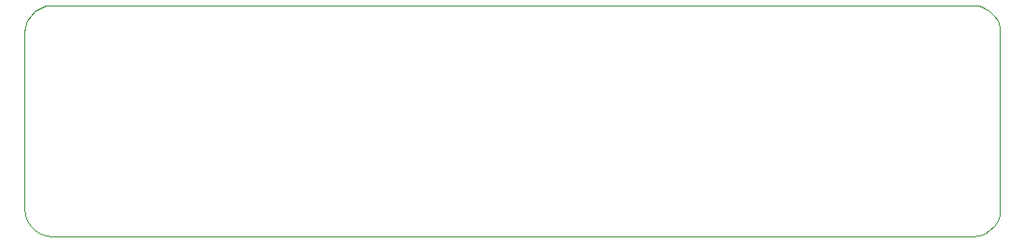
<source format=gm1>
G04 Layer_Color=16711935*
%FSLAX25Y25*%
%MOIN*%
G70*
G01*
G75*
%ADD68C,0.00039*%
D68*
X315292Y235098D02*
X644032Y235098D01*
X313102Y235345D02*
X315292Y235098D01*
X311021Y236073D02*
X313102Y235345D01*
X309155Y237246D02*
X311021Y236073D01*
X307597Y238804D02*
X309155Y237246D01*
X306424Y240670D02*
X307597Y238804D01*
X305696Y242751D02*
X306424Y240670D01*
X305450Y244941D02*
X305696Y242751D01*
X305449Y307933D02*
X305450Y244941D01*
X305449Y307933D02*
X305696Y310123D01*
X306424Y312204D01*
X307597Y314070D01*
X309155Y315628D01*
X311021Y316801D01*
X313102Y317529D01*
X315292Y317776D01*
X644032D01*
X646222Y317529D01*
X648303Y316801D01*
X650169Y315628D01*
X651727Y314070D01*
X652900Y312204D01*
X653628Y310123D01*
X653875Y307933D01*
Y244941D02*
Y307933D01*
X653628Y242751D02*
X653875Y244941D01*
X652900Y240670D02*
X653628Y242751D01*
X651727Y238804D02*
X652900Y240670D01*
X650169Y237246D02*
X651727Y238804D01*
X648303Y236073D02*
X650169Y237246D01*
X646222Y235345D02*
X648303Y236073D01*
X644032Y235098D02*
X646222Y235345D01*
M02*

</source>
